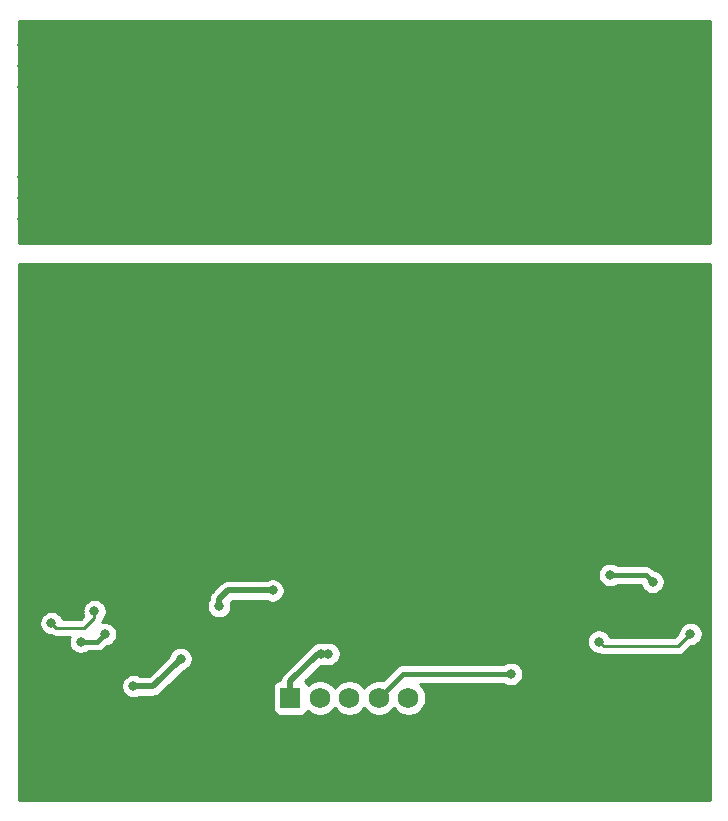
<source format=gbr>
%TF.GenerationSoftware,KiCad,Pcbnew,(5.1.4)-1*%
%TF.CreationDate,2020-11-11T00:06:55+08:00*%
%TF.ProjectId,Directional_coupler,44697265-6374-4696-9f6e-616c5f636f75,rev?*%
%TF.SameCoordinates,Original*%
%TF.FileFunction,Copper,L2,Bot*%
%TF.FilePolarity,Positive*%
%FSLAX46Y46*%
G04 Gerber Fmt 4.6, Leading zero omitted, Abs format (unit mm)*
G04 Created by KiCad (PCBNEW (5.1.4)-1) date 2020-11-11 00:06:55*
%MOMM*%
%LPD*%
G04 APERTURE LIST*
%ADD10C,0.800000*%
%ADD11C,1.750000*%
%ADD12R,1.750000X1.750000*%
%ADD13C,6.000000*%
%ADD14C,0.508000*%
%ADD15C,0.381000*%
%ADD16C,0.254000*%
%ADD17C,0.350000*%
G04 APERTURE END LIST*
D10*
X102560000Y-52703000D03*
X100560000Y-52703000D03*
X98560000Y-54481000D03*
X100560000Y-54481000D03*
X104560000Y-56259000D03*
X102560000Y-54481000D03*
X108560000Y-52703000D03*
X98560000Y-52703000D03*
X108560000Y-56259000D03*
X106560000Y-56259000D03*
X100560000Y-56259000D03*
X108560000Y-54481000D03*
X106560000Y-54481000D03*
X102560000Y-56259000D03*
X104560000Y-52703000D03*
X106560000Y-52703000D03*
X98560000Y-56259000D03*
X104560000Y-54481000D03*
X106560000Y-65657000D03*
X104560000Y-65657000D03*
X100560000Y-65657000D03*
X98560000Y-65657000D03*
X108560000Y-65657000D03*
X102560000Y-65657000D03*
X106560000Y-63879000D03*
X104560000Y-63879000D03*
X100560000Y-63879000D03*
X98560000Y-63879000D03*
X108560000Y-63879000D03*
X102560000Y-63879000D03*
X98560000Y-67435000D03*
X100560000Y-67435000D03*
X102560000Y-67435000D03*
X104560000Y-67435000D03*
X106560000Y-67435000D03*
X108560000Y-67435000D03*
D11*
X86230000Y-108069000D03*
X83730000Y-108069000D03*
X81230000Y-108069000D03*
X78730000Y-108069000D03*
X76230000Y-108069000D03*
D12*
X73730000Y-108069000D03*
D10*
X57056810Y-73812500D03*
X57056810Y-76187500D03*
X55000000Y-77375000D03*
X52943190Y-76187500D03*
X52943190Y-73812500D03*
X55000000Y-72625000D03*
D13*
X55000000Y-75000000D03*
D10*
X57056810Y-111312500D03*
X57056810Y-113687500D03*
X55000000Y-114875000D03*
X52943190Y-113687500D03*
X52943190Y-111312500D03*
X55000000Y-110125000D03*
D13*
X55000000Y-112500000D03*
D10*
X106814810Y-110999500D03*
X106814810Y-113374500D03*
X104758000Y-114562000D03*
X102701190Y-113374500D03*
X102701190Y-110999500D03*
X104758000Y-109812000D03*
D13*
X104758000Y-112187000D03*
D10*
X107056810Y-73812500D03*
X107056810Y-76187500D03*
X105000000Y-77375000D03*
X102943190Y-76187500D03*
X102943190Y-73812500D03*
X105000000Y-72625000D03*
D13*
X105000000Y-75000000D03*
D10*
X57013000Y-67511000D03*
X59013000Y-67511000D03*
X61013000Y-65733000D03*
X59013000Y-65733000D03*
X55013000Y-63955000D03*
X57013000Y-65733000D03*
X51013000Y-67511000D03*
X61013000Y-67511000D03*
X51013000Y-63955000D03*
X53013000Y-63955000D03*
X59013000Y-63955000D03*
X51013000Y-65733000D03*
X53013000Y-65733000D03*
X57013000Y-63955000D03*
X55013000Y-67511000D03*
X53013000Y-67511000D03*
X61013000Y-63955000D03*
X55013000Y-65733000D03*
X53013000Y-54557000D03*
X55013000Y-54557000D03*
X59013000Y-54557000D03*
X61013000Y-54557000D03*
X51013000Y-54557000D03*
X57013000Y-54557000D03*
X53013000Y-56335000D03*
X55013000Y-56335000D03*
X59013000Y-56335000D03*
X61013000Y-56335000D03*
X51013000Y-56335000D03*
X57013000Y-56335000D03*
X61013000Y-52779000D03*
X59013000Y-52779000D03*
X57013000Y-52779000D03*
X55013000Y-52779000D03*
X53013000Y-52779000D03*
X51013000Y-52779000D03*
X76950000Y-104350000D03*
X60430000Y-107069000D03*
X64430000Y-104769000D03*
X67700000Y-100300000D03*
X72219000Y-98969000D03*
X55980000Y-103319000D03*
X58029203Y-102688174D03*
X55000000Y-99250000D03*
X61000000Y-96500000D03*
X65250000Y-98500000D03*
X75000000Y-96500000D03*
X54250000Y-107000000D03*
X62500000Y-111500000D03*
X69000000Y-109500000D03*
X85250000Y-103000000D03*
X85500000Y-98250000D03*
X54750000Y-96750000D03*
X55000000Y-94250000D03*
X59250000Y-77000000D03*
X60250000Y-77000000D03*
X61250000Y-77000000D03*
X55876718Y-100811218D03*
X95400000Y-99250000D03*
X104400000Y-108250000D03*
X92800000Y-111050000D03*
X101775199Y-102668601D03*
X94200000Y-97050000D03*
X90200000Y-96050000D03*
X102800000Y-89650000D03*
X51400000Y-77850000D03*
X51400000Y-71850000D03*
X63500000Y-54250000D03*
X66000000Y-54250000D03*
X68500000Y-54250000D03*
X71000000Y-54250000D03*
X73500000Y-51750000D03*
X76000000Y-51750000D03*
X78500000Y-51750000D03*
X81000000Y-51750000D03*
X83500000Y-51750000D03*
X86000000Y-51750000D03*
X88500000Y-54250000D03*
X91000000Y-54250000D03*
X93500000Y-54250000D03*
X96000000Y-54250000D03*
X63500000Y-69250000D03*
X66000000Y-69250000D03*
X68500000Y-69250000D03*
X71000000Y-69250000D03*
X73500000Y-69250000D03*
X76000000Y-69250000D03*
X78500000Y-69250000D03*
X81000000Y-69250000D03*
X83500000Y-69250000D03*
X86000000Y-69250000D03*
X88500000Y-66750000D03*
X91000000Y-66750000D03*
X93500000Y-66750000D03*
X96000000Y-66750000D03*
X91000000Y-74250000D03*
X93500000Y-74250000D03*
X96000000Y-74250000D03*
X63500000Y-74250000D03*
X66000000Y-74250000D03*
X68500000Y-74250000D03*
X71000000Y-74250000D03*
X88500000Y-74250000D03*
X98500000Y-74250000D03*
X73500000Y-74250000D03*
X76000000Y-74250000D03*
X78500000Y-74250000D03*
X81000000Y-74250000D03*
X83500000Y-74250000D03*
X86000000Y-74250000D03*
X63500000Y-91750000D03*
X66000000Y-91750000D03*
X68500000Y-91750000D03*
X71000000Y-91750000D03*
X88500000Y-91750000D03*
X91000000Y-91750000D03*
X93500000Y-91750000D03*
X96000000Y-91750000D03*
X98500000Y-91750000D03*
X51400000Y-80390000D03*
X51400000Y-82930000D03*
X51400000Y-85470000D03*
X51400000Y-88010000D03*
X51400000Y-90550000D03*
X51400000Y-93090000D03*
X51400000Y-95630000D03*
X51400000Y-98170000D03*
X51400000Y-100650000D03*
X51400000Y-103250000D03*
X51400000Y-108330000D03*
X51400000Y-110870000D03*
X51400000Y-113410000D03*
X51400000Y-115950000D03*
X108500000Y-71750000D03*
X108500000Y-79370000D03*
X108500000Y-81910000D03*
X108500000Y-84450000D03*
X108500000Y-86990000D03*
X108500000Y-89530000D03*
X108500000Y-92070000D03*
X108500000Y-94610000D03*
X108500000Y-97150000D03*
X108500000Y-105450000D03*
X108500000Y-107310000D03*
X108500000Y-109850000D03*
X108500000Y-112390000D03*
X108500000Y-114930000D03*
X53940000Y-115950000D03*
X56480000Y-115950000D03*
X59020000Y-115950000D03*
X61560000Y-115950000D03*
X64100000Y-115950000D03*
X66640000Y-115950000D03*
X69180000Y-115950000D03*
X71720000Y-115950000D03*
X74260000Y-115950000D03*
X76800000Y-115950000D03*
X79340000Y-115950000D03*
X81880000Y-115950000D03*
X84420000Y-115950000D03*
X86960000Y-115950000D03*
X89500000Y-115950000D03*
X92040000Y-115950000D03*
X94580000Y-115950000D03*
X97120000Y-115950000D03*
X99660000Y-115950000D03*
X102200000Y-115950000D03*
X104740000Y-115950000D03*
X107280000Y-115950000D03*
X76300000Y-104350000D03*
X53500000Y-101750000D03*
X57143347Y-100732547D03*
X92400000Y-106050000D03*
X104400000Y-98250000D03*
X100800000Y-97649982D03*
X107600000Y-102650000D03*
X99849370Y-103316837D03*
D14*
X76066000Y-104350000D02*
X76950000Y-104350000D01*
X73730000Y-108069000D02*
X73730000Y-106686000D01*
X73730000Y-106686000D02*
X76066000Y-104350000D01*
X62130000Y-107069000D02*
X64430000Y-104769000D01*
X60430000Y-107069000D02*
X62130000Y-107069000D01*
X71653315Y-98969000D02*
X72219000Y-98969000D01*
X68465315Y-98969000D02*
X71653315Y-98969000D01*
X67700000Y-99734315D02*
X68465315Y-98969000D01*
X67700000Y-100300000D02*
X67700000Y-99734315D01*
D15*
X57398377Y-103319000D02*
X58029203Y-102688174D01*
X55980000Y-103319000D02*
X57398377Y-103319000D01*
D16*
X53500000Y-101750000D02*
X53899999Y-102149999D01*
X56291580Y-102149999D02*
X57143347Y-101298232D01*
X57143347Y-101298232D02*
X57143347Y-100732547D01*
X53899999Y-102149999D02*
X56291580Y-102149999D01*
D15*
X83249000Y-106050000D02*
X81230000Y-108069000D01*
X92400000Y-106050000D02*
X83249000Y-106050000D01*
X103799982Y-97649982D02*
X104400000Y-98250000D01*
X100800000Y-97649982D02*
X103799982Y-97649982D01*
D16*
X107600000Y-102650000D02*
X106533164Y-103716836D01*
X106533164Y-103716836D02*
X100249369Y-103716836D01*
X100249369Y-103716836D02*
X99849370Y-103316837D01*
G36*
X109215000Y-116715000D02*
G01*
X50785000Y-116715000D01*
X50785000Y-106967061D01*
X59395000Y-106967061D01*
X59395000Y-107170939D01*
X59434774Y-107370898D01*
X59512795Y-107559256D01*
X59626063Y-107728774D01*
X59770226Y-107872937D01*
X59939744Y-107986205D01*
X60128102Y-108064226D01*
X60328061Y-108104000D01*
X60531939Y-108104000D01*
X60731898Y-108064226D01*
X60920256Y-107986205D01*
X60962468Y-107958000D01*
X62086340Y-107958000D01*
X62130000Y-107962300D01*
X62173660Y-107958000D01*
X62173667Y-107958000D01*
X62304274Y-107945136D01*
X62471851Y-107894303D01*
X62626291Y-107811753D01*
X62761659Y-107700659D01*
X62789499Y-107666736D01*
X63262235Y-107194000D01*
X72216928Y-107194000D01*
X72216928Y-108944000D01*
X72229188Y-109068482D01*
X72265498Y-109188180D01*
X72324463Y-109298494D01*
X72403815Y-109395185D01*
X72500506Y-109474537D01*
X72610820Y-109533502D01*
X72730518Y-109569812D01*
X72855000Y-109582072D01*
X74605000Y-109582072D01*
X74729482Y-109569812D01*
X74849180Y-109533502D01*
X74959494Y-109474537D01*
X75056185Y-109395185D01*
X75135537Y-109298494D01*
X75194502Y-109188180D01*
X75198974Y-109173436D01*
X75267431Y-109241893D01*
X75514747Y-109407144D01*
X75789549Y-109520971D01*
X76081278Y-109579000D01*
X76378722Y-109579000D01*
X76670451Y-109520971D01*
X76945253Y-109407144D01*
X77192569Y-109241893D01*
X77402893Y-109031569D01*
X77480000Y-108916170D01*
X77557107Y-109031569D01*
X77767431Y-109241893D01*
X78014747Y-109407144D01*
X78289549Y-109520971D01*
X78581278Y-109579000D01*
X78878722Y-109579000D01*
X79170451Y-109520971D01*
X79445253Y-109407144D01*
X79692569Y-109241893D01*
X79902893Y-109031569D01*
X79980000Y-108916170D01*
X80057107Y-109031569D01*
X80267431Y-109241893D01*
X80514747Y-109407144D01*
X80789549Y-109520971D01*
X81081278Y-109579000D01*
X81378722Y-109579000D01*
X81670451Y-109520971D01*
X81945253Y-109407144D01*
X82192569Y-109241893D01*
X82402893Y-109031569D01*
X82480000Y-108916170D01*
X82557107Y-109031569D01*
X82767431Y-109241893D01*
X83014747Y-109407144D01*
X83289549Y-109520971D01*
X83581278Y-109579000D01*
X83878722Y-109579000D01*
X84170451Y-109520971D01*
X84445253Y-109407144D01*
X84692569Y-109241893D01*
X84902893Y-109031569D01*
X85068144Y-108784253D01*
X85181971Y-108509451D01*
X85240000Y-108217722D01*
X85240000Y-107920278D01*
X85181971Y-107628549D01*
X85068144Y-107353747D01*
X84902893Y-107106431D01*
X84692569Y-106896107D01*
X84661728Y-106875500D01*
X91772497Y-106875500D01*
X91909744Y-106967205D01*
X92098102Y-107045226D01*
X92298061Y-107085000D01*
X92501939Y-107085000D01*
X92701898Y-107045226D01*
X92890256Y-106967205D01*
X93059774Y-106853937D01*
X93203937Y-106709774D01*
X93317205Y-106540256D01*
X93395226Y-106351898D01*
X93435000Y-106151939D01*
X93435000Y-105948061D01*
X93395226Y-105748102D01*
X93317205Y-105559744D01*
X93203937Y-105390226D01*
X93059774Y-105246063D01*
X92890256Y-105132795D01*
X92701898Y-105054774D01*
X92501939Y-105015000D01*
X92298061Y-105015000D01*
X92098102Y-105054774D01*
X91909744Y-105132795D01*
X91772497Y-105224500D01*
X83289550Y-105224500D01*
X83248999Y-105220506D01*
X83208449Y-105224500D01*
X83208447Y-105224500D01*
X83087174Y-105236444D01*
X82931566Y-105283647D01*
X82788157Y-105360301D01*
X82758062Y-105385000D01*
X82662459Y-105463459D01*
X82636606Y-105494961D01*
X81540406Y-106591161D01*
X81378722Y-106559000D01*
X81081278Y-106559000D01*
X80789549Y-106617029D01*
X80514747Y-106730856D01*
X80267431Y-106896107D01*
X80057107Y-107106431D01*
X79980000Y-107221830D01*
X79902893Y-107106431D01*
X79692569Y-106896107D01*
X79445253Y-106730856D01*
X79170451Y-106617029D01*
X78878722Y-106559000D01*
X78581278Y-106559000D01*
X78289549Y-106617029D01*
X78014747Y-106730856D01*
X77767431Y-106896107D01*
X77557107Y-107106431D01*
X77480000Y-107221830D01*
X77402893Y-107106431D01*
X77192569Y-106896107D01*
X76945253Y-106730856D01*
X76670451Y-106617029D01*
X76378722Y-106559000D01*
X76081278Y-106559000D01*
X75789549Y-106617029D01*
X75514747Y-106730856D01*
X75267431Y-106896107D01*
X75198974Y-106964564D01*
X75194502Y-106949820D01*
X75135537Y-106839506D01*
X75056185Y-106742815D01*
X74987109Y-106686126D01*
X76288236Y-105385000D01*
X76401939Y-105385000D01*
X76601898Y-105345226D01*
X76625000Y-105335657D01*
X76648102Y-105345226D01*
X76848061Y-105385000D01*
X77051939Y-105385000D01*
X77251898Y-105345226D01*
X77440256Y-105267205D01*
X77609774Y-105153937D01*
X77753937Y-105009774D01*
X77867205Y-104840256D01*
X77945226Y-104651898D01*
X77985000Y-104451939D01*
X77985000Y-104248061D01*
X77945226Y-104048102D01*
X77867205Y-103859744D01*
X77753937Y-103690226D01*
X77609774Y-103546063D01*
X77440256Y-103432795D01*
X77251898Y-103354774D01*
X77051939Y-103315000D01*
X76848061Y-103315000D01*
X76648102Y-103354774D01*
X76625000Y-103364343D01*
X76601898Y-103354774D01*
X76401939Y-103315000D01*
X76198061Y-103315000D01*
X75998102Y-103354774D01*
X75809744Y-103432795D01*
X75640226Y-103546063D01*
X75589759Y-103596530D01*
X75569709Y-103607247D01*
X75569707Y-103607248D01*
X75569708Y-103607248D01*
X75476917Y-103683400D01*
X75434341Y-103718341D01*
X75406506Y-103752258D01*
X73132259Y-106026506D01*
X73098342Y-106054341D01*
X73070507Y-106088258D01*
X73070505Y-106088260D01*
X72987248Y-106189709D01*
X72904698Y-106344148D01*
X72853864Y-106511726D01*
X72849457Y-106556474D01*
X72730518Y-106568188D01*
X72610820Y-106604498D01*
X72500506Y-106663463D01*
X72403815Y-106742815D01*
X72324463Y-106839506D01*
X72265498Y-106949820D01*
X72229188Y-107069518D01*
X72216928Y-107194000D01*
X63262235Y-107194000D01*
X64682106Y-105774130D01*
X64731898Y-105764226D01*
X64920256Y-105686205D01*
X65089774Y-105572937D01*
X65233937Y-105428774D01*
X65347205Y-105259256D01*
X65425226Y-105070898D01*
X65465000Y-104870939D01*
X65465000Y-104667061D01*
X65425226Y-104467102D01*
X65347205Y-104278744D01*
X65233937Y-104109226D01*
X65089774Y-103965063D01*
X64920256Y-103851795D01*
X64731898Y-103773774D01*
X64531939Y-103734000D01*
X64328061Y-103734000D01*
X64128102Y-103773774D01*
X63939744Y-103851795D01*
X63770226Y-103965063D01*
X63626063Y-104109226D01*
X63512795Y-104278744D01*
X63434774Y-104467102D01*
X63424870Y-104516894D01*
X61761765Y-106180000D01*
X60962468Y-106180000D01*
X60920256Y-106151795D01*
X60731898Y-106073774D01*
X60531939Y-106034000D01*
X60328061Y-106034000D01*
X60128102Y-106073774D01*
X59939744Y-106151795D01*
X59770226Y-106265063D01*
X59626063Y-106409226D01*
X59512795Y-106578744D01*
X59434774Y-106767102D01*
X59395000Y-106967061D01*
X50785000Y-106967061D01*
X50785000Y-101648061D01*
X52465000Y-101648061D01*
X52465000Y-101851939D01*
X52504774Y-102051898D01*
X52582795Y-102240256D01*
X52696063Y-102409774D01*
X52840226Y-102553937D01*
X53009744Y-102667205D01*
X53198102Y-102745226D01*
X53398061Y-102785000D01*
X53472604Y-102785000D01*
X53474607Y-102786644D01*
X53606984Y-102857401D01*
X53750621Y-102900973D01*
X53862573Y-102911999D01*
X53862575Y-102911999D01*
X53899998Y-102915685D01*
X53937421Y-102911999D01*
X55028309Y-102911999D01*
X54984774Y-103017102D01*
X54945000Y-103217061D01*
X54945000Y-103420939D01*
X54984774Y-103620898D01*
X55062795Y-103809256D01*
X55176063Y-103978774D01*
X55320226Y-104122937D01*
X55489744Y-104236205D01*
X55678102Y-104314226D01*
X55878061Y-104354000D01*
X56081939Y-104354000D01*
X56281898Y-104314226D01*
X56470256Y-104236205D01*
X56607503Y-104144500D01*
X57357827Y-104144500D01*
X57398377Y-104148494D01*
X57438927Y-104144500D01*
X57438930Y-104144500D01*
X57560203Y-104132556D01*
X57715811Y-104085353D01*
X57859219Y-104008699D01*
X57984918Y-103905541D01*
X58010774Y-103874035D01*
X58169207Y-103715602D01*
X58331101Y-103683400D01*
X58519459Y-103605379D01*
X58688977Y-103492111D01*
X58833140Y-103347948D01*
X58922040Y-103214898D01*
X98814370Y-103214898D01*
X98814370Y-103418776D01*
X98854144Y-103618735D01*
X98932165Y-103807093D01*
X99045433Y-103976611D01*
X99189596Y-104120774D01*
X99359114Y-104234042D01*
X99547472Y-104312063D01*
X99747431Y-104351837D01*
X99821974Y-104351837D01*
X99823977Y-104353481D01*
X99956354Y-104424238D01*
X100099991Y-104467810D01*
X100211943Y-104478836D01*
X100211945Y-104478836D01*
X100249368Y-104482522D01*
X100286791Y-104478836D01*
X106495741Y-104478836D01*
X106533164Y-104482522D01*
X106570587Y-104478836D01*
X106570590Y-104478836D01*
X106682542Y-104467810D01*
X106826179Y-104424238D01*
X106958556Y-104353481D01*
X107074586Y-104258258D01*
X107098448Y-104229182D01*
X107642631Y-103685000D01*
X107701939Y-103685000D01*
X107901898Y-103645226D01*
X108090256Y-103567205D01*
X108259774Y-103453937D01*
X108403937Y-103309774D01*
X108517205Y-103140256D01*
X108595226Y-102951898D01*
X108635000Y-102751939D01*
X108635000Y-102548061D01*
X108595226Y-102348102D01*
X108517205Y-102159744D01*
X108403937Y-101990226D01*
X108259774Y-101846063D01*
X108090256Y-101732795D01*
X107901898Y-101654774D01*
X107701939Y-101615000D01*
X107498061Y-101615000D01*
X107298102Y-101654774D01*
X107109744Y-101732795D01*
X106940226Y-101846063D01*
X106796063Y-101990226D01*
X106682795Y-102159744D01*
X106604774Y-102348102D01*
X106565000Y-102548061D01*
X106565000Y-102607369D01*
X106217534Y-102954836D01*
X100819700Y-102954836D01*
X100766575Y-102826581D01*
X100653307Y-102657063D01*
X100509144Y-102512900D01*
X100339626Y-102399632D01*
X100151268Y-102321611D01*
X99951309Y-102281837D01*
X99747431Y-102281837D01*
X99547472Y-102321611D01*
X99359114Y-102399632D01*
X99189596Y-102512900D01*
X99045433Y-102657063D01*
X98932165Y-102826581D01*
X98854144Y-103014939D01*
X98814370Y-103214898D01*
X58922040Y-103214898D01*
X58946408Y-103178430D01*
X59024429Y-102990072D01*
X59064203Y-102790113D01*
X59064203Y-102586235D01*
X59024429Y-102386276D01*
X58946408Y-102197918D01*
X58833140Y-102028400D01*
X58688977Y-101884237D01*
X58519459Y-101770969D01*
X58331101Y-101692948D01*
X58131142Y-101653174D01*
X57927264Y-101653174D01*
X57804607Y-101677572D01*
X57850749Y-101591247D01*
X57894321Y-101447610D01*
X57894575Y-101445030D01*
X57947284Y-101392321D01*
X58060552Y-101222803D01*
X58138573Y-101034445D01*
X58178347Y-100834486D01*
X58178347Y-100630608D01*
X58138573Y-100430649D01*
X58060552Y-100242291D01*
X58030999Y-100198061D01*
X66665000Y-100198061D01*
X66665000Y-100401939D01*
X66704774Y-100601898D01*
X66782795Y-100790256D01*
X66896063Y-100959774D01*
X67040226Y-101103937D01*
X67209744Y-101217205D01*
X67398102Y-101295226D01*
X67598061Y-101335000D01*
X67801939Y-101335000D01*
X68001898Y-101295226D01*
X68190256Y-101217205D01*
X68359774Y-101103937D01*
X68503937Y-100959774D01*
X68617205Y-100790256D01*
X68695226Y-100601898D01*
X68735000Y-100401939D01*
X68735000Y-100198061D01*
X68695226Y-99998102D01*
X68694705Y-99996845D01*
X68833551Y-99858000D01*
X71686532Y-99858000D01*
X71728744Y-99886205D01*
X71917102Y-99964226D01*
X72117061Y-100004000D01*
X72320939Y-100004000D01*
X72520898Y-99964226D01*
X72709256Y-99886205D01*
X72878774Y-99772937D01*
X73022937Y-99628774D01*
X73136205Y-99459256D01*
X73214226Y-99270898D01*
X73254000Y-99070939D01*
X73254000Y-98867061D01*
X73214226Y-98667102D01*
X73136205Y-98478744D01*
X73022937Y-98309226D01*
X72878774Y-98165063D01*
X72709256Y-98051795D01*
X72520898Y-97973774D01*
X72320939Y-97934000D01*
X72117061Y-97934000D01*
X71917102Y-97973774D01*
X71728744Y-98051795D01*
X71686532Y-98080000D01*
X68508975Y-98080000D01*
X68465315Y-98075700D01*
X68421655Y-98080000D01*
X68421648Y-98080000D01*
X68307640Y-98091229D01*
X68291040Y-98092864D01*
X68231834Y-98110824D01*
X68123464Y-98143697D01*
X68123462Y-98143698D01*
X68103519Y-98154358D01*
X67969024Y-98226247D01*
X67833656Y-98337341D01*
X67805820Y-98371259D01*
X67102259Y-99074821D01*
X67068342Y-99102656D01*
X67040507Y-99136573D01*
X67040505Y-99136575D01*
X67015368Y-99167205D01*
X66957248Y-99238024D01*
X66874697Y-99392464D01*
X66823864Y-99560041D01*
X66811000Y-99690648D01*
X66811000Y-99690655D01*
X66806700Y-99734315D01*
X66810104Y-99768874D01*
X66782795Y-99809744D01*
X66704774Y-99998102D01*
X66665000Y-100198061D01*
X58030999Y-100198061D01*
X57947284Y-100072773D01*
X57803121Y-99928610D01*
X57633603Y-99815342D01*
X57445245Y-99737321D01*
X57245286Y-99697547D01*
X57041408Y-99697547D01*
X56841449Y-99737321D01*
X56653091Y-99815342D01*
X56483573Y-99928610D01*
X56339410Y-100072773D01*
X56226142Y-100242291D01*
X56148121Y-100430649D01*
X56108347Y-100630608D01*
X56108347Y-100834486D01*
X56148121Y-101034445D01*
X56201247Y-101162702D01*
X55975950Y-101387999D01*
X54470330Y-101387999D01*
X54417205Y-101259744D01*
X54303937Y-101090226D01*
X54159774Y-100946063D01*
X53990256Y-100832795D01*
X53801898Y-100754774D01*
X53601939Y-100715000D01*
X53398061Y-100715000D01*
X53198102Y-100754774D01*
X53009744Y-100832795D01*
X52840226Y-100946063D01*
X52696063Y-101090226D01*
X52582795Y-101259744D01*
X52504774Y-101448102D01*
X52465000Y-101648061D01*
X50785000Y-101648061D01*
X50785000Y-97548043D01*
X99765000Y-97548043D01*
X99765000Y-97751921D01*
X99804774Y-97951880D01*
X99882795Y-98140238D01*
X99996063Y-98309756D01*
X100140226Y-98453919D01*
X100309744Y-98567187D01*
X100498102Y-98645208D01*
X100698061Y-98684982D01*
X100901939Y-98684982D01*
X101101898Y-98645208D01*
X101290256Y-98567187D01*
X101427503Y-98475482D01*
X103389574Y-98475482D01*
X103404774Y-98551898D01*
X103482795Y-98740256D01*
X103596063Y-98909774D01*
X103740226Y-99053937D01*
X103909744Y-99167205D01*
X104098102Y-99245226D01*
X104298061Y-99285000D01*
X104501939Y-99285000D01*
X104701898Y-99245226D01*
X104890256Y-99167205D01*
X105059774Y-99053937D01*
X105203937Y-98909774D01*
X105317205Y-98740256D01*
X105395226Y-98551898D01*
X105435000Y-98351939D01*
X105435000Y-98148061D01*
X105395226Y-97948102D01*
X105317205Y-97759744D01*
X105203937Y-97590226D01*
X105059774Y-97446063D01*
X104890256Y-97332795D01*
X104701898Y-97254774D01*
X104540004Y-97222572D01*
X104412379Y-97094947D01*
X104386523Y-97063441D01*
X104260824Y-96960283D01*
X104117416Y-96883629D01*
X103961808Y-96836426D01*
X103840535Y-96824482D01*
X103840532Y-96824482D01*
X103799982Y-96820488D01*
X103759432Y-96824482D01*
X101427503Y-96824482D01*
X101290256Y-96732777D01*
X101101898Y-96654756D01*
X100901939Y-96614982D01*
X100698061Y-96614982D01*
X100498102Y-96654756D01*
X100309744Y-96732777D01*
X100140226Y-96846045D01*
X99996063Y-96990208D01*
X99882795Y-97159726D01*
X99804774Y-97348084D01*
X99765000Y-97548043D01*
X50785000Y-97548043D01*
X50785000Y-71314000D01*
X109215001Y-71314000D01*
X109215000Y-116715000D01*
X109215000Y-116715000D01*
G37*
X109215000Y-116715000D02*
X50785000Y-116715000D01*
X50785000Y-106967061D01*
X59395000Y-106967061D01*
X59395000Y-107170939D01*
X59434774Y-107370898D01*
X59512795Y-107559256D01*
X59626063Y-107728774D01*
X59770226Y-107872937D01*
X59939744Y-107986205D01*
X60128102Y-108064226D01*
X60328061Y-108104000D01*
X60531939Y-108104000D01*
X60731898Y-108064226D01*
X60920256Y-107986205D01*
X60962468Y-107958000D01*
X62086340Y-107958000D01*
X62130000Y-107962300D01*
X62173660Y-107958000D01*
X62173667Y-107958000D01*
X62304274Y-107945136D01*
X62471851Y-107894303D01*
X62626291Y-107811753D01*
X62761659Y-107700659D01*
X62789499Y-107666736D01*
X63262235Y-107194000D01*
X72216928Y-107194000D01*
X72216928Y-108944000D01*
X72229188Y-109068482D01*
X72265498Y-109188180D01*
X72324463Y-109298494D01*
X72403815Y-109395185D01*
X72500506Y-109474537D01*
X72610820Y-109533502D01*
X72730518Y-109569812D01*
X72855000Y-109582072D01*
X74605000Y-109582072D01*
X74729482Y-109569812D01*
X74849180Y-109533502D01*
X74959494Y-109474537D01*
X75056185Y-109395185D01*
X75135537Y-109298494D01*
X75194502Y-109188180D01*
X75198974Y-109173436D01*
X75267431Y-109241893D01*
X75514747Y-109407144D01*
X75789549Y-109520971D01*
X76081278Y-109579000D01*
X76378722Y-109579000D01*
X76670451Y-109520971D01*
X76945253Y-109407144D01*
X77192569Y-109241893D01*
X77402893Y-109031569D01*
X77480000Y-108916170D01*
X77557107Y-109031569D01*
X77767431Y-109241893D01*
X78014747Y-109407144D01*
X78289549Y-109520971D01*
X78581278Y-109579000D01*
X78878722Y-109579000D01*
X79170451Y-109520971D01*
X79445253Y-109407144D01*
X79692569Y-109241893D01*
X79902893Y-109031569D01*
X79980000Y-108916170D01*
X80057107Y-109031569D01*
X80267431Y-109241893D01*
X80514747Y-109407144D01*
X80789549Y-109520971D01*
X81081278Y-109579000D01*
X81378722Y-109579000D01*
X81670451Y-109520971D01*
X81945253Y-109407144D01*
X82192569Y-109241893D01*
X82402893Y-109031569D01*
X82480000Y-108916170D01*
X82557107Y-109031569D01*
X82767431Y-109241893D01*
X83014747Y-109407144D01*
X83289549Y-109520971D01*
X83581278Y-109579000D01*
X83878722Y-109579000D01*
X84170451Y-109520971D01*
X84445253Y-109407144D01*
X84692569Y-109241893D01*
X84902893Y-109031569D01*
X85068144Y-108784253D01*
X85181971Y-108509451D01*
X85240000Y-108217722D01*
X85240000Y-107920278D01*
X85181971Y-107628549D01*
X85068144Y-107353747D01*
X84902893Y-107106431D01*
X84692569Y-106896107D01*
X84661728Y-106875500D01*
X91772497Y-106875500D01*
X91909744Y-106967205D01*
X92098102Y-107045226D01*
X92298061Y-107085000D01*
X92501939Y-107085000D01*
X92701898Y-107045226D01*
X92890256Y-106967205D01*
X93059774Y-106853937D01*
X93203937Y-106709774D01*
X93317205Y-106540256D01*
X93395226Y-106351898D01*
X93435000Y-106151939D01*
X93435000Y-105948061D01*
X93395226Y-105748102D01*
X93317205Y-105559744D01*
X93203937Y-105390226D01*
X93059774Y-105246063D01*
X92890256Y-105132795D01*
X92701898Y-105054774D01*
X92501939Y-105015000D01*
X92298061Y-105015000D01*
X92098102Y-105054774D01*
X91909744Y-105132795D01*
X91772497Y-105224500D01*
X83289550Y-105224500D01*
X83248999Y-105220506D01*
X83208449Y-105224500D01*
X83208447Y-105224500D01*
X83087174Y-105236444D01*
X82931566Y-105283647D01*
X82788157Y-105360301D01*
X82758062Y-105385000D01*
X82662459Y-105463459D01*
X82636606Y-105494961D01*
X81540406Y-106591161D01*
X81378722Y-106559000D01*
X81081278Y-106559000D01*
X80789549Y-106617029D01*
X80514747Y-106730856D01*
X80267431Y-106896107D01*
X80057107Y-107106431D01*
X79980000Y-107221830D01*
X79902893Y-107106431D01*
X79692569Y-106896107D01*
X79445253Y-106730856D01*
X79170451Y-106617029D01*
X78878722Y-106559000D01*
X78581278Y-106559000D01*
X78289549Y-106617029D01*
X78014747Y-106730856D01*
X77767431Y-106896107D01*
X77557107Y-107106431D01*
X77480000Y-107221830D01*
X77402893Y-107106431D01*
X77192569Y-106896107D01*
X76945253Y-106730856D01*
X76670451Y-106617029D01*
X76378722Y-106559000D01*
X76081278Y-106559000D01*
X75789549Y-106617029D01*
X75514747Y-106730856D01*
X75267431Y-106896107D01*
X75198974Y-106964564D01*
X75194502Y-106949820D01*
X75135537Y-106839506D01*
X75056185Y-106742815D01*
X74987109Y-106686126D01*
X76288236Y-105385000D01*
X76401939Y-105385000D01*
X76601898Y-105345226D01*
X76625000Y-105335657D01*
X76648102Y-105345226D01*
X76848061Y-105385000D01*
X77051939Y-105385000D01*
X77251898Y-105345226D01*
X77440256Y-105267205D01*
X77609774Y-105153937D01*
X77753937Y-105009774D01*
X77867205Y-104840256D01*
X77945226Y-104651898D01*
X77985000Y-104451939D01*
X77985000Y-104248061D01*
X77945226Y-104048102D01*
X77867205Y-103859744D01*
X77753937Y-103690226D01*
X77609774Y-103546063D01*
X77440256Y-103432795D01*
X77251898Y-103354774D01*
X77051939Y-103315000D01*
X76848061Y-103315000D01*
X76648102Y-103354774D01*
X76625000Y-103364343D01*
X76601898Y-103354774D01*
X76401939Y-103315000D01*
X76198061Y-103315000D01*
X75998102Y-103354774D01*
X75809744Y-103432795D01*
X75640226Y-103546063D01*
X75589759Y-103596530D01*
X75569709Y-103607247D01*
X75569707Y-103607248D01*
X75569708Y-103607248D01*
X75476917Y-103683400D01*
X75434341Y-103718341D01*
X75406506Y-103752258D01*
X73132259Y-106026506D01*
X73098342Y-106054341D01*
X73070507Y-106088258D01*
X73070505Y-106088260D01*
X72987248Y-106189709D01*
X72904698Y-106344148D01*
X72853864Y-106511726D01*
X72849457Y-106556474D01*
X72730518Y-106568188D01*
X72610820Y-106604498D01*
X72500506Y-106663463D01*
X72403815Y-106742815D01*
X72324463Y-106839506D01*
X72265498Y-106949820D01*
X72229188Y-107069518D01*
X72216928Y-107194000D01*
X63262235Y-107194000D01*
X64682106Y-105774130D01*
X64731898Y-105764226D01*
X64920256Y-105686205D01*
X65089774Y-105572937D01*
X65233937Y-105428774D01*
X65347205Y-105259256D01*
X65425226Y-105070898D01*
X65465000Y-104870939D01*
X65465000Y-104667061D01*
X65425226Y-104467102D01*
X65347205Y-104278744D01*
X65233937Y-104109226D01*
X65089774Y-103965063D01*
X64920256Y-103851795D01*
X64731898Y-103773774D01*
X64531939Y-103734000D01*
X64328061Y-103734000D01*
X64128102Y-103773774D01*
X63939744Y-103851795D01*
X63770226Y-103965063D01*
X63626063Y-104109226D01*
X63512795Y-104278744D01*
X63434774Y-104467102D01*
X63424870Y-104516894D01*
X61761765Y-106180000D01*
X60962468Y-106180000D01*
X60920256Y-106151795D01*
X60731898Y-106073774D01*
X60531939Y-106034000D01*
X60328061Y-106034000D01*
X60128102Y-106073774D01*
X59939744Y-106151795D01*
X59770226Y-106265063D01*
X59626063Y-106409226D01*
X59512795Y-106578744D01*
X59434774Y-106767102D01*
X59395000Y-106967061D01*
X50785000Y-106967061D01*
X50785000Y-101648061D01*
X52465000Y-101648061D01*
X52465000Y-101851939D01*
X52504774Y-102051898D01*
X52582795Y-102240256D01*
X52696063Y-102409774D01*
X52840226Y-102553937D01*
X53009744Y-102667205D01*
X53198102Y-102745226D01*
X53398061Y-102785000D01*
X53472604Y-102785000D01*
X53474607Y-102786644D01*
X53606984Y-102857401D01*
X53750621Y-102900973D01*
X53862573Y-102911999D01*
X53862575Y-102911999D01*
X53899998Y-102915685D01*
X53937421Y-102911999D01*
X55028309Y-102911999D01*
X54984774Y-103017102D01*
X54945000Y-103217061D01*
X54945000Y-103420939D01*
X54984774Y-103620898D01*
X55062795Y-103809256D01*
X55176063Y-103978774D01*
X55320226Y-104122937D01*
X55489744Y-104236205D01*
X55678102Y-104314226D01*
X55878061Y-104354000D01*
X56081939Y-104354000D01*
X56281898Y-104314226D01*
X56470256Y-104236205D01*
X56607503Y-104144500D01*
X57357827Y-104144500D01*
X57398377Y-104148494D01*
X57438927Y-104144500D01*
X57438930Y-104144500D01*
X57560203Y-104132556D01*
X57715811Y-104085353D01*
X57859219Y-104008699D01*
X57984918Y-103905541D01*
X58010774Y-103874035D01*
X58169207Y-103715602D01*
X58331101Y-103683400D01*
X58519459Y-103605379D01*
X58688977Y-103492111D01*
X58833140Y-103347948D01*
X58922040Y-103214898D01*
X98814370Y-103214898D01*
X98814370Y-103418776D01*
X98854144Y-103618735D01*
X98932165Y-103807093D01*
X99045433Y-103976611D01*
X99189596Y-104120774D01*
X99359114Y-104234042D01*
X99547472Y-104312063D01*
X99747431Y-104351837D01*
X99821974Y-104351837D01*
X99823977Y-104353481D01*
X99956354Y-104424238D01*
X100099991Y-104467810D01*
X100211943Y-104478836D01*
X100211945Y-104478836D01*
X100249368Y-104482522D01*
X100286791Y-104478836D01*
X106495741Y-104478836D01*
X106533164Y-104482522D01*
X106570587Y-104478836D01*
X106570590Y-104478836D01*
X106682542Y-104467810D01*
X106826179Y-104424238D01*
X106958556Y-104353481D01*
X107074586Y-104258258D01*
X107098448Y-104229182D01*
X107642631Y-103685000D01*
X107701939Y-103685000D01*
X107901898Y-103645226D01*
X108090256Y-103567205D01*
X108259774Y-103453937D01*
X108403937Y-103309774D01*
X108517205Y-103140256D01*
X108595226Y-102951898D01*
X108635000Y-102751939D01*
X108635000Y-102548061D01*
X108595226Y-102348102D01*
X108517205Y-102159744D01*
X108403937Y-101990226D01*
X108259774Y-101846063D01*
X108090256Y-101732795D01*
X107901898Y-101654774D01*
X107701939Y-101615000D01*
X107498061Y-101615000D01*
X107298102Y-101654774D01*
X107109744Y-101732795D01*
X106940226Y-101846063D01*
X106796063Y-101990226D01*
X106682795Y-102159744D01*
X106604774Y-102348102D01*
X106565000Y-102548061D01*
X106565000Y-102607369D01*
X106217534Y-102954836D01*
X100819700Y-102954836D01*
X100766575Y-102826581D01*
X100653307Y-102657063D01*
X100509144Y-102512900D01*
X100339626Y-102399632D01*
X100151268Y-102321611D01*
X99951309Y-102281837D01*
X99747431Y-102281837D01*
X99547472Y-102321611D01*
X99359114Y-102399632D01*
X99189596Y-102512900D01*
X99045433Y-102657063D01*
X98932165Y-102826581D01*
X98854144Y-103014939D01*
X98814370Y-103214898D01*
X58922040Y-103214898D01*
X58946408Y-103178430D01*
X59024429Y-102990072D01*
X59064203Y-102790113D01*
X59064203Y-102586235D01*
X59024429Y-102386276D01*
X58946408Y-102197918D01*
X58833140Y-102028400D01*
X58688977Y-101884237D01*
X58519459Y-101770969D01*
X58331101Y-101692948D01*
X58131142Y-101653174D01*
X57927264Y-101653174D01*
X57804607Y-101677572D01*
X57850749Y-101591247D01*
X57894321Y-101447610D01*
X57894575Y-101445030D01*
X57947284Y-101392321D01*
X58060552Y-101222803D01*
X58138573Y-101034445D01*
X58178347Y-100834486D01*
X58178347Y-100630608D01*
X58138573Y-100430649D01*
X58060552Y-100242291D01*
X58030999Y-100198061D01*
X66665000Y-100198061D01*
X66665000Y-100401939D01*
X66704774Y-100601898D01*
X66782795Y-100790256D01*
X66896063Y-100959774D01*
X67040226Y-101103937D01*
X67209744Y-101217205D01*
X67398102Y-101295226D01*
X67598061Y-101335000D01*
X67801939Y-101335000D01*
X68001898Y-101295226D01*
X68190256Y-101217205D01*
X68359774Y-101103937D01*
X68503937Y-100959774D01*
X68617205Y-100790256D01*
X68695226Y-100601898D01*
X68735000Y-100401939D01*
X68735000Y-100198061D01*
X68695226Y-99998102D01*
X68694705Y-99996845D01*
X68833551Y-99858000D01*
X71686532Y-99858000D01*
X71728744Y-99886205D01*
X71917102Y-99964226D01*
X72117061Y-100004000D01*
X72320939Y-100004000D01*
X72520898Y-99964226D01*
X72709256Y-99886205D01*
X72878774Y-99772937D01*
X73022937Y-99628774D01*
X73136205Y-99459256D01*
X73214226Y-99270898D01*
X73254000Y-99070939D01*
X73254000Y-98867061D01*
X73214226Y-98667102D01*
X73136205Y-98478744D01*
X73022937Y-98309226D01*
X72878774Y-98165063D01*
X72709256Y-98051795D01*
X72520898Y-97973774D01*
X72320939Y-97934000D01*
X72117061Y-97934000D01*
X71917102Y-97973774D01*
X71728744Y-98051795D01*
X71686532Y-98080000D01*
X68508975Y-98080000D01*
X68465315Y-98075700D01*
X68421655Y-98080000D01*
X68421648Y-98080000D01*
X68307640Y-98091229D01*
X68291040Y-98092864D01*
X68231834Y-98110824D01*
X68123464Y-98143697D01*
X68123462Y-98143698D01*
X68103519Y-98154358D01*
X67969024Y-98226247D01*
X67833656Y-98337341D01*
X67805820Y-98371259D01*
X67102259Y-99074821D01*
X67068342Y-99102656D01*
X67040507Y-99136573D01*
X67040505Y-99136575D01*
X67015368Y-99167205D01*
X66957248Y-99238024D01*
X66874697Y-99392464D01*
X66823864Y-99560041D01*
X66811000Y-99690648D01*
X66811000Y-99690655D01*
X66806700Y-99734315D01*
X66810104Y-99768874D01*
X66782795Y-99809744D01*
X66704774Y-99998102D01*
X66665000Y-100198061D01*
X58030999Y-100198061D01*
X57947284Y-100072773D01*
X57803121Y-99928610D01*
X57633603Y-99815342D01*
X57445245Y-99737321D01*
X57245286Y-99697547D01*
X57041408Y-99697547D01*
X56841449Y-99737321D01*
X56653091Y-99815342D01*
X56483573Y-99928610D01*
X56339410Y-100072773D01*
X56226142Y-100242291D01*
X56148121Y-100430649D01*
X56108347Y-100630608D01*
X56108347Y-100834486D01*
X56148121Y-101034445D01*
X56201247Y-101162702D01*
X55975950Y-101387999D01*
X54470330Y-101387999D01*
X54417205Y-101259744D01*
X54303937Y-101090226D01*
X54159774Y-100946063D01*
X53990256Y-100832795D01*
X53801898Y-100754774D01*
X53601939Y-100715000D01*
X53398061Y-100715000D01*
X53198102Y-100754774D01*
X53009744Y-100832795D01*
X52840226Y-100946063D01*
X52696063Y-101090226D01*
X52582795Y-101259744D01*
X52504774Y-101448102D01*
X52465000Y-101648061D01*
X50785000Y-101648061D01*
X50785000Y-97548043D01*
X99765000Y-97548043D01*
X99765000Y-97751921D01*
X99804774Y-97951880D01*
X99882795Y-98140238D01*
X99996063Y-98309756D01*
X100140226Y-98453919D01*
X100309744Y-98567187D01*
X100498102Y-98645208D01*
X100698061Y-98684982D01*
X100901939Y-98684982D01*
X101101898Y-98645208D01*
X101290256Y-98567187D01*
X101427503Y-98475482D01*
X103389574Y-98475482D01*
X103404774Y-98551898D01*
X103482795Y-98740256D01*
X103596063Y-98909774D01*
X103740226Y-99053937D01*
X103909744Y-99167205D01*
X104098102Y-99245226D01*
X104298061Y-99285000D01*
X104501939Y-99285000D01*
X104701898Y-99245226D01*
X104890256Y-99167205D01*
X105059774Y-99053937D01*
X105203937Y-98909774D01*
X105317205Y-98740256D01*
X105395226Y-98551898D01*
X105435000Y-98351939D01*
X105435000Y-98148061D01*
X105395226Y-97948102D01*
X105317205Y-97759744D01*
X105203937Y-97590226D01*
X105059774Y-97446063D01*
X104890256Y-97332795D01*
X104701898Y-97254774D01*
X104540004Y-97222572D01*
X104412379Y-97094947D01*
X104386523Y-97063441D01*
X104260824Y-96960283D01*
X104117416Y-96883629D01*
X103961808Y-96836426D01*
X103840535Y-96824482D01*
X103840532Y-96824482D01*
X103799982Y-96820488D01*
X103759432Y-96824482D01*
X101427503Y-96824482D01*
X101290256Y-96732777D01*
X101101898Y-96654756D01*
X100901939Y-96614982D01*
X100698061Y-96614982D01*
X100498102Y-96654756D01*
X100309744Y-96732777D01*
X100140226Y-96846045D01*
X99996063Y-96990208D01*
X99882795Y-97159726D01*
X99804774Y-97348084D01*
X99765000Y-97548043D01*
X50785000Y-97548043D01*
X50785000Y-71314000D01*
X109215001Y-71314000D01*
X109215000Y-116715000D01*
G36*
X109223001Y-69596000D02*
G01*
X50777000Y-69596000D01*
X50777000Y-50777000D01*
X109223001Y-50777000D01*
X109223001Y-69596000D01*
X109223001Y-69596000D01*
G37*
X109223001Y-69596000D02*
X50777000Y-69596000D01*
X50777000Y-50777000D01*
X109223001Y-50777000D01*
X109223001Y-69596000D01*
D17*
X76950000Y-104350000D03*
X60430000Y-107069000D03*
X64430000Y-104769000D03*
X67700000Y-100300000D03*
X72219000Y-98969000D03*
X55980000Y-103319000D03*
X58029203Y-102688174D03*
X55000000Y-99250000D03*
X61000000Y-96500000D03*
X65250000Y-98500000D03*
X75000000Y-96500000D03*
X54250000Y-107000000D03*
X62500000Y-111500000D03*
X69000000Y-109500000D03*
X85250000Y-103000000D03*
X85500000Y-98250000D03*
X54750000Y-96750000D03*
X55000000Y-94250000D03*
X59250000Y-77000000D03*
X60250000Y-77000000D03*
X61250000Y-77000000D03*
X55876718Y-100811218D03*
X95400000Y-99250000D03*
X104400000Y-108250000D03*
X92800000Y-111050000D03*
X101775199Y-102668601D03*
X94200000Y-97050000D03*
X90200000Y-96050000D03*
X102800000Y-89650000D03*
X51400000Y-77850000D03*
X51400000Y-71850000D03*
X63500000Y-54250000D03*
X66000000Y-54250000D03*
X68500000Y-54250000D03*
X71000000Y-54250000D03*
X73500000Y-51750000D03*
X76000000Y-51750000D03*
X78500000Y-51750000D03*
X81000000Y-51750000D03*
X83500000Y-51750000D03*
X86000000Y-51750000D03*
X88500000Y-54250000D03*
X91000000Y-54250000D03*
X93500000Y-54250000D03*
X96000000Y-54250000D03*
X63500000Y-69250000D03*
X66000000Y-69250000D03*
X68500000Y-69250000D03*
X71000000Y-69250000D03*
X73500000Y-69250000D03*
X76000000Y-69250000D03*
X78500000Y-69250000D03*
X81000000Y-69250000D03*
X83500000Y-69250000D03*
X86000000Y-69250000D03*
X88500000Y-66750000D03*
X91000000Y-66750000D03*
X93500000Y-66750000D03*
X96000000Y-66750000D03*
X91000000Y-74250000D03*
X93500000Y-74250000D03*
X96000000Y-74250000D03*
X63500000Y-74250000D03*
X66000000Y-74250000D03*
X68500000Y-74250000D03*
X71000000Y-74250000D03*
X88500000Y-74250000D03*
X98500000Y-74250000D03*
X73500000Y-74250000D03*
X76000000Y-74250000D03*
X78500000Y-74250000D03*
X81000000Y-74250000D03*
X83500000Y-74250000D03*
X86000000Y-74250000D03*
X63500000Y-91750000D03*
X66000000Y-91750000D03*
X68500000Y-91750000D03*
X71000000Y-91750000D03*
X88500000Y-91750000D03*
X91000000Y-91750000D03*
X93500000Y-91750000D03*
X96000000Y-91750000D03*
X98500000Y-91750000D03*
X51400000Y-80390000D03*
X51400000Y-82930000D03*
X51400000Y-85470000D03*
X51400000Y-88010000D03*
X51400000Y-90550000D03*
X51400000Y-93090000D03*
X51400000Y-95630000D03*
X51400000Y-98170000D03*
X51400000Y-100650000D03*
X51400000Y-103250000D03*
X51400000Y-108330000D03*
X51400000Y-110870000D03*
X51400000Y-113410000D03*
X51400000Y-115950000D03*
X108500000Y-71750000D03*
X108500000Y-79370000D03*
X108500000Y-81910000D03*
X108500000Y-84450000D03*
X108500000Y-86990000D03*
X108500000Y-89530000D03*
X108500000Y-92070000D03*
X108500000Y-94610000D03*
X108500000Y-97150000D03*
X108500000Y-105450000D03*
X108500000Y-107310000D03*
X108500000Y-109850000D03*
X108500000Y-112390000D03*
X108500000Y-114930000D03*
X53940000Y-115950000D03*
X56480000Y-115950000D03*
X59020000Y-115950000D03*
X61560000Y-115950000D03*
X64100000Y-115950000D03*
X66640000Y-115950000D03*
X69180000Y-115950000D03*
X71720000Y-115950000D03*
X74260000Y-115950000D03*
X76800000Y-115950000D03*
X79340000Y-115950000D03*
X81880000Y-115950000D03*
X84420000Y-115950000D03*
X86960000Y-115950000D03*
X89500000Y-115950000D03*
X92040000Y-115950000D03*
X94580000Y-115950000D03*
X97120000Y-115950000D03*
X99660000Y-115950000D03*
X102200000Y-115950000D03*
X104740000Y-115950000D03*
X107280000Y-115950000D03*
X76300000Y-104350000D03*
X53500000Y-101750000D03*
X57143347Y-100732547D03*
X92400000Y-106050000D03*
X104400000Y-98250000D03*
X100800000Y-97649982D03*
X107600000Y-102650000D03*
X99849370Y-103316837D03*
X102560000Y-52703000D03*
X100560000Y-52703000D03*
X98560000Y-54481000D03*
X100560000Y-54481000D03*
X104560000Y-56259000D03*
X102560000Y-54481000D03*
X108560000Y-52703000D03*
X98560000Y-52703000D03*
X108560000Y-56259000D03*
X106560000Y-56259000D03*
X100560000Y-56259000D03*
X108560000Y-54481000D03*
X106560000Y-54481000D03*
X102560000Y-56259000D03*
X104560000Y-52703000D03*
X106560000Y-52703000D03*
X98560000Y-56259000D03*
X104560000Y-54481000D03*
X106560000Y-65657000D03*
X104560000Y-65657000D03*
X100560000Y-65657000D03*
X98560000Y-65657000D03*
X108560000Y-65657000D03*
X102560000Y-65657000D03*
X106560000Y-63879000D03*
X104560000Y-63879000D03*
X100560000Y-63879000D03*
X98560000Y-63879000D03*
X108560000Y-63879000D03*
X102560000Y-63879000D03*
X98560000Y-67435000D03*
X100560000Y-67435000D03*
X102560000Y-67435000D03*
X104560000Y-67435000D03*
X106560000Y-67435000D03*
X108560000Y-67435000D03*
X86230000Y-108069000D03*
X83730000Y-108069000D03*
X81230000Y-108069000D03*
X78730000Y-108069000D03*
X76230000Y-108069000D03*
X73730000Y-108069000D03*
X57056810Y-73812500D03*
X57056810Y-76187500D03*
X55000000Y-77375000D03*
X52943190Y-76187500D03*
X52943190Y-73812500D03*
X55000000Y-72625000D03*
X55000000Y-75000000D03*
X57056810Y-111312500D03*
X57056810Y-113687500D03*
X55000000Y-114875000D03*
X52943190Y-113687500D03*
X52943190Y-111312500D03*
X55000000Y-110125000D03*
X55000000Y-112500000D03*
X106814810Y-110999500D03*
X106814810Y-113374500D03*
X104758000Y-114562000D03*
X102701190Y-113374500D03*
X102701190Y-110999500D03*
X104758000Y-109812000D03*
X104758000Y-112187000D03*
X107056810Y-73812500D03*
X107056810Y-76187500D03*
X105000000Y-77375000D03*
X102943190Y-76187500D03*
X102943190Y-73812500D03*
X105000000Y-72625000D03*
X105000000Y-75000000D03*
X57013000Y-67511000D03*
X59013000Y-67511000D03*
X61013000Y-65733000D03*
X59013000Y-65733000D03*
X55013000Y-63955000D03*
X57013000Y-65733000D03*
X51013000Y-67511000D03*
X61013000Y-67511000D03*
X51013000Y-63955000D03*
X53013000Y-63955000D03*
X59013000Y-63955000D03*
X51013000Y-65733000D03*
X53013000Y-65733000D03*
X57013000Y-63955000D03*
X55013000Y-67511000D03*
X53013000Y-67511000D03*
X61013000Y-63955000D03*
X55013000Y-65733000D03*
X53013000Y-54557000D03*
X55013000Y-54557000D03*
X59013000Y-54557000D03*
X61013000Y-54557000D03*
X51013000Y-54557000D03*
X57013000Y-54557000D03*
X53013000Y-56335000D03*
X55013000Y-56335000D03*
X59013000Y-56335000D03*
X61013000Y-56335000D03*
X51013000Y-56335000D03*
X57013000Y-56335000D03*
X61013000Y-52779000D03*
X59013000Y-52779000D03*
X57013000Y-52779000D03*
X55013000Y-52779000D03*
X53013000Y-52779000D03*
X51013000Y-52779000D03*
M02*

</source>
